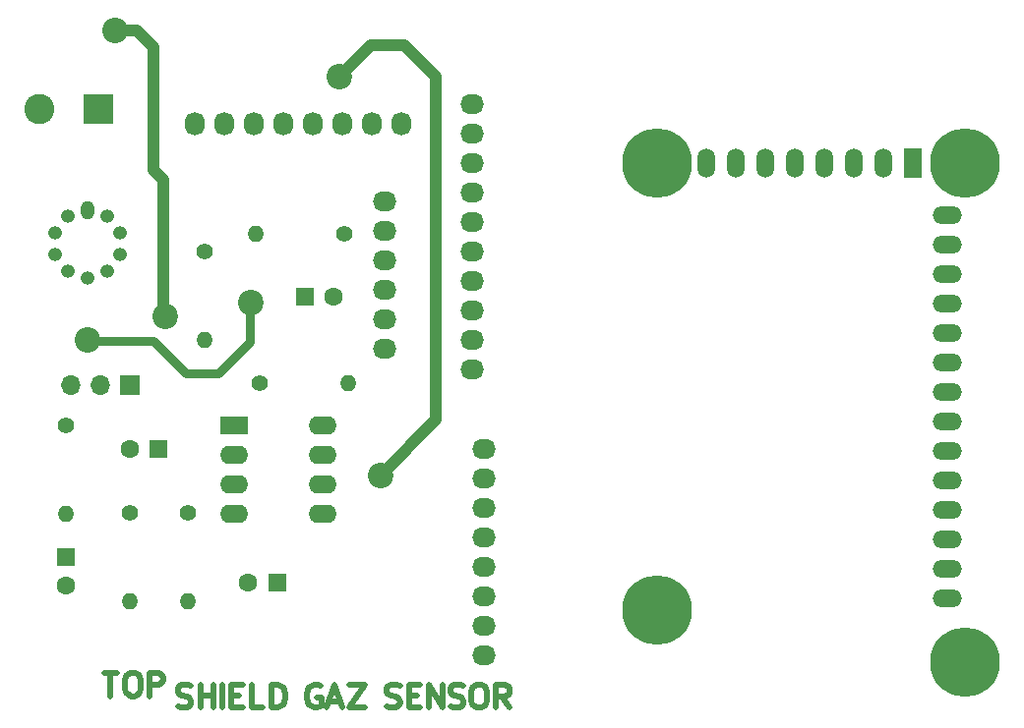
<source format=gbr>
%TF.GenerationSoftware,KiCad,Pcbnew,(6.99.0-224-g211820a689)*%
%TF.CreationDate,2022-01-05T07:16:04+01:00*%
%TF.ProjectId,PCB,5043422e-6b69-4636-9164-5f7063625858,1.0*%
%TF.SameCoordinates,Original*%
%TF.FileFunction,Copper,L1,Top*%
%TF.FilePolarity,Positive*%
%FSLAX46Y46*%
G04 Gerber Fmt 4.6, Leading zero omitted, Abs format (unit mm)*
G04 Created by KiCad (PCBNEW (6.99.0-224-g211820a689)) date 2022-01-05 07:16:04*
%MOMM*%
%LPD*%
G01*
G04 APERTURE LIST*
%ADD10C,0.500000*%
%TA.AperFunction,NonConductor*%
%ADD11C,0.500000*%
%TD*%
%TA.AperFunction,ComponentPad*%
%ADD12O,2.524000X1.524000*%
%TD*%
%TA.AperFunction,ComponentPad*%
%ADD13O,1.524000X2.524000*%
%TD*%
%TA.AperFunction,ComponentPad*%
%ADD14R,1.524000X2.524000*%
%TD*%
%TA.AperFunction,WasherPad*%
%ADD15C,6.000000*%
%TD*%
%TA.AperFunction,ComponentPad*%
%ADD16O,2.400000X1.600000*%
%TD*%
%TA.AperFunction,ComponentPad*%
%ADD17R,2.400000X1.600000*%
%TD*%
%TA.AperFunction,ComponentPad*%
%ADD18R,1.700000X1.700000*%
%TD*%
%TA.AperFunction,ComponentPad*%
%ADD19O,1.700000X1.700000*%
%TD*%
%TA.AperFunction,ComponentPad*%
%ADD20O,1.200000X1.600000*%
%TD*%
%TA.AperFunction,ComponentPad*%
%ADD21O,1.200000X1.200000*%
%TD*%
%TA.AperFunction,ComponentPad*%
%ADD22O,1.400000X1.400000*%
%TD*%
%TA.AperFunction,ComponentPad*%
%ADD23C,1.400000*%
%TD*%
%TA.AperFunction,ComponentPad*%
%ADD24O,2.032000X1.727200*%
%TD*%
%TA.AperFunction,ComponentPad*%
%ADD25O,1.727200X2.032000*%
%TD*%
%TA.AperFunction,ComponentPad*%
%ADD26R,2.600000X2.600000*%
%TD*%
%TA.AperFunction,ComponentPad*%
%ADD27C,2.600000*%
%TD*%
%TA.AperFunction,ComponentPad*%
%ADD28R,1.600000X1.600000*%
%TD*%
%TA.AperFunction,ComponentPad*%
%ADD29C,1.600000*%
%TD*%
%TA.AperFunction,ViaPad*%
%ADD30C,2.200000*%
%TD*%
%TA.AperFunction,Conductor*%
%ADD31C,0.800000*%
%TD*%
%TA.AperFunction,Conductor*%
%ADD32C,1.000000*%
%TD*%
G04 APERTURE END LIST*
D10*
D11*
X199688099Y-159209523D02*
X199973813Y-159304761D01*
X200450004Y-159304761D01*
X200640480Y-159209523D01*
X200735718Y-159114285D01*
X200830956Y-158923809D01*
X200830956Y-158733333D01*
X200735718Y-158542857D01*
X200640480Y-158447619D01*
X200450004Y-158352380D01*
X200069051Y-158257142D01*
X199878575Y-158161904D01*
X199783337Y-158066666D01*
X199688099Y-157876190D01*
X199688099Y-157685714D01*
X199783337Y-157495238D01*
X199878575Y-157400000D01*
X200069051Y-157304761D01*
X200545242Y-157304761D01*
X200830956Y-157400000D01*
X201607146Y-159304761D02*
X201607146Y-157304761D01*
X201607146Y-158257142D02*
X202750003Y-158257142D01*
X202750003Y-159304761D02*
X202750003Y-157304761D01*
X203526193Y-159304761D02*
X203526193Y-157304761D01*
X204302383Y-158257142D02*
X204969050Y-158257142D01*
X205254764Y-159304761D02*
X204302383Y-159304761D01*
X204302383Y-157304761D01*
X205254764Y-157304761D01*
X206983335Y-159304761D02*
X206030954Y-159304761D01*
X206030954Y-157304761D01*
X207759525Y-159304761D02*
X207759525Y-157304761D01*
X208235715Y-157304761D01*
X208521430Y-157400000D01*
X208711906Y-157590476D01*
X208807144Y-157780952D01*
X208902382Y-158161904D01*
X208902382Y-158447619D01*
X208807144Y-158828571D01*
X208711906Y-159019047D01*
X208521430Y-159209523D01*
X208235715Y-159304761D01*
X207759525Y-159304761D01*
X211926191Y-157400000D02*
X211735715Y-157304761D01*
X211450001Y-157304761D01*
X211164286Y-157400000D01*
X210973810Y-157590476D01*
X210878572Y-157780952D01*
X210783334Y-158161904D01*
X210783334Y-158447619D01*
X210878572Y-158828571D01*
X210973810Y-159019047D01*
X211164286Y-159209523D01*
X211450001Y-159304761D01*
X211640477Y-159304761D01*
X211926191Y-159209523D01*
X212021429Y-159114285D01*
X212021429Y-158447619D01*
X211640477Y-158447619D01*
X212702381Y-158733333D02*
X213654762Y-158733333D01*
X212511905Y-159304761D02*
X213178571Y-157304761D01*
X213845238Y-159304761D01*
X214430952Y-157304761D02*
X215764285Y-157304761D01*
X214430952Y-159304761D01*
X215764285Y-159304761D01*
X217645237Y-159209523D02*
X217930951Y-159304761D01*
X218407142Y-159304761D01*
X218597618Y-159209523D01*
X218692856Y-159114285D01*
X218788094Y-158923809D01*
X218788094Y-158733333D01*
X218692856Y-158542857D01*
X218597618Y-158447619D01*
X218407142Y-158352380D01*
X218026189Y-158257142D01*
X217835713Y-158161904D01*
X217740475Y-158066666D01*
X217645237Y-157876190D01*
X217645237Y-157685714D01*
X217740475Y-157495238D01*
X217835713Y-157400000D01*
X218026189Y-157304761D01*
X218502380Y-157304761D01*
X218788094Y-157400000D01*
X219564284Y-158257142D02*
X220230951Y-158257142D01*
X220516665Y-159304761D02*
X219564284Y-159304761D01*
X219564284Y-157304761D01*
X220516665Y-157304761D01*
X221292855Y-159304761D02*
X221292855Y-157304761D01*
X222435712Y-159304761D01*
X222435712Y-157304761D01*
X223116664Y-159209523D02*
X223402378Y-159304761D01*
X223878569Y-159304761D01*
X224069045Y-159209523D01*
X224164283Y-159114285D01*
X224259521Y-158923809D01*
X224259521Y-158733333D01*
X224164283Y-158542857D01*
X224069045Y-158447619D01*
X223878569Y-158352380D01*
X223497616Y-158257142D01*
X223307140Y-158161904D01*
X223211902Y-158066666D01*
X223116664Y-157876190D01*
X223116664Y-157685714D01*
X223211902Y-157495238D01*
X223307140Y-157400000D01*
X223497616Y-157304761D01*
X223973807Y-157304761D01*
X224259521Y-157400000D01*
X225416663Y-157304761D02*
X225797616Y-157304761D01*
X225988092Y-157400000D01*
X226178568Y-157590476D01*
X226273806Y-157971428D01*
X226273806Y-158638095D01*
X226178568Y-159019047D01*
X225988092Y-159209523D01*
X225797616Y-159304761D01*
X225416663Y-159304761D01*
X225226187Y-159209523D01*
X225035711Y-159019047D01*
X224940473Y-158638095D01*
X224940473Y-157971428D01*
X225035711Y-157590476D01*
X225226187Y-157400000D01*
X225416663Y-157304761D01*
X228192853Y-159304761D02*
X227526186Y-158352380D01*
X227049996Y-159304761D02*
X227049996Y-157304761D01*
X227811901Y-157304761D01*
X228002377Y-157400000D01*
X228097615Y-157495238D01*
X228192853Y-157685714D01*
X228192853Y-157971428D01*
X228097615Y-158161904D01*
X228002377Y-158257142D01*
X227811901Y-158352380D01*
X227049996Y-158352380D01*
D10*
D11*
X193307144Y-156304761D02*
X194450001Y-156304761D01*
X193878572Y-158304761D02*
X193878572Y-156304761D01*
X195607143Y-156304761D02*
X195988096Y-156304761D01*
X196178572Y-156400000D01*
X196369048Y-156590476D01*
X196464286Y-156971428D01*
X196464286Y-157638095D01*
X196369048Y-158019047D01*
X196178572Y-158209523D01*
X195988096Y-158304761D01*
X195607143Y-158304761D01*
X195416667Y-158209523D01*
X195226191Y-158019047D01*
X195130953Y-157638095D01*
X195130953Y-156971428D01*
X195226191Y-156590476D01*
X195416667Y-156400000D01*
X195607143Y-156304761D01*
X197240476Y-158304761D02*
X197240476Y-156304761D01*
X198002381Y-156304761D01*
X198192857Y-156400000D01*
X198288095Y-156495238D01*
X198383333Y-156685714D01*
X198383333Y-156971428D01*
X198288095Y-157161904D01*
X198192857Y-157257142D01*
X198002381Y-157352380D01*
X197240476Y-157352380D01*
D12*
%TO.P,U1,22*%
%TO.N,N/C*%
X265900000Y-116880000D03*
%TO.P,U1,21*%
X265900000Y-119420000D03*
%TO.P,U1,20*%
X265900000Y-121960000D03*
%TO.P,U1,19*%
X265900000Y-124500000D03*
%TO.P,U1,18*%
X265900000Y-127040000D03*
%TO.P,U1,17*%
X265900000Y-129580000D03*
%TO.P,U1,16*%
X265900000Y-132120000D03*
%TO.P,U1,15*%
X265900000Y-134660000D03*
%TO.P,U1,14*%
X265900000Y-137200000D03*
%TO.P,U1,13*%
X265908995Y-139740000D03*
%TO.P,U1,12*%
X265900000Y-142280000D03*
%TO.P,U1,11*%
X265900000Y-144820000D03*
%TO.P,U1,10*%
X265900000Y-147360000D03*
%TO.P,U1,9*%
X265900000Y-149900000D03*
D13*
%TO.P,U1,8,GND*%
%TO.N,GND*%
X245120000Y-112400000D03*
%TO.P,U1,7,VIN*%
%TO.N,unconnected-(U1-VIN)*%
X247660000Y-112400000D03*
%TO.P,U1,6,3V3*%
%TO.N,+3V3*%
X250200000Y-112400000D03*
%TO.P,U1,5,RST*%
%TO.N,/7*%
X252740000Y-112400000D03*
%TO.P,U1,4,RTS*%
%TO.N,/8*%
X255280000Y-112400000D03*
%TO.P,U1,3,CTS*%
%TO.N,/9(\u002A\u002A)*%
X257820000Y-112400000D03*
%TO.P,U1,2,RX_LoRa*%
%TO.N,/10(\u002A\u002A{slash}SS)*%
X260360000Y-112400000D03*
D14*
%TO.P,U1,1,TX_LoRa*%
%TO.N,/11(\u002A\u002A{slash}MOSI)*%
X262900000Y-112400000D03*
D15*
%TO.P,U1,*%
%TO.N,*%
X240900000Y-112400000D03*
X240900000Y-150900000D03*
X267400000Y-112400000D03*
X267400000Y-155400000D03*
%TD*%
D16*
%TO.P,U0,8*%
%TO.N,Net-(C4-Pad2)*%
X212120000Y-135000000D03*
%TO.P,U0,4,V-*%
%TO.N,GND*%
X204500000Y-142620000D03*
%TO.P,U0,7,COMP*%
%TO.N,unconnected-(U0-COMP)*%
X212120000Y-137540000D03*
%TO.P,U0,3,-*%
%TO.N,Net-(U0--)*%
X204500000Y-140080000D03*
%TO.P,U0,6,+*%
%TO.N,Net-(U0-+)*%
X212120000Y-140080000D03*
%TO.P,U0,2,CMRR*%
%TO.N,unconnected-(U0-CMRR)*%
X204500000Y-137540000D03*
%TO.P,U0,5,V+*%
%TO.N,+5V*%
X212120000Y-142620000D03*
D17*
%TO.P,U0,1,GND*%
%TO.N,unconnected-(U0-GND)*%
X204500000Y-135000000D03*
%TD*%
D18*
%TO.P,SW0,1,A*%
%TO.N,Net-(S0-GazSensorLeft)*%
X195525000Y-131500000D03*
D19*
%TO.P,SW0,2,B*%
%TO.N,Net-(SW0A-B)*%
X192985000Y-131500000D03*
%TO.P,SW0,3,C*%
%TO.N,Net-(S0-GazSensorRight)*%
X190445000Y-131500000D03*
%TD*%
D20*
%TO.P,S0,1,TempSensor*%
%TO.N,+5V*%
X191900000Y-116400000D03*
D21*
%TO.P,S0,2,GazSensorRight*%
%TO.N,+3V3*%
X190183667Y-116957670D03*
%TO.P,S0,3,HeatResistor*%
%TO.N,GND*%
X189122915Y-118417670D03*
%TO.P,S0,4,GazSensorRight*%
%TO.N,Net-(S0-GazSensorRight)*%
X189122915Y-120222330D03*
%TO.P,S0,5*%
%TO.N,unconnected-(S0-Pad5)*%
X190183667Y-121682330D03*
%TO.P,S0,6,TempSensor*%
%TO.N,TempADC*%
X191900000Y-122240000D03*
%TO.P,S0,7,GazSensorLeft*%
%TO.N,Net-(S0-GazSensorLeft)*%
X193616333Y-121682330D03*
%TO.P,S0,8,HeatResistor*%
%TO.N,+15V*%
X194677085Y-120222330D03*
%TO.P,S0,9,GazSensorLeft*%
%TO.N,+3V3*%
X194677085Y-118417670D03*
%TO.P,S0,10*%
%TO.N,unconnected-(S0-Pad10)*%
X193616333Y-116957670D03*
%TD*%
D22*
%TO.P,R6,2*%
%TO.N,GND*%
X202000000Y-127620000D03*
D23*
%TO.P,R6,1*%
%TO.N,TempADC*%
X202000000Y-120000000D03*
%TD*%
D22*
%TO.P,R5,2*%
%TO.N,Net-(C4-Pad2)*%
X214320000Y-131300000D03*
D23*
%TO.P,R5,1*%
%TO.N,ADC_GAZ*%
X206700000Y-131300000D03*
%TD*%
%TO.P,R4,1*%
%TO.N,Net-(SW0A-B)*%
X190000000Y-135000000D03*
D22*
%TO.P,R4,2*%
%TO.N,Net-(U0-+)*%
X190000000Y-142620000D03*
%TD*%
D23*
%TO.P,R3,1*%
%TO.N,Net-(C4-Pad2)*%
X214000000Y-118500000D03*
D22*
%TO.P,R3,2*%
%TO.N,Net-(U0--)*%
X206380000Y-118500000D03*
%TD*%
D23*
%TO.P,R2,1*%
%TO.N,Net-(U0--)*%
X200500000Y-142500000D03*
D22*
%TO.P,R2,2*%
%TO.N,GND*%
X200500000Y-150120000D03*
%TD*%
D23*
%TO.P,R1,1*%
%TO.N,Net-(U0-+)*%
X195500000Y-142500000D03*
D22*
%TO.P,R1,2*%
%TO.N,GND*%
X195500000Y-150120000D03*
%TD*%
D24*
%TO.P,P4,1,Pin_1*%
%TO.N,/7*%
X226000000Y-137000000D03*
%TO.P,P4,2,Pin_2*%
%TO.N,/6(\u002A\u002A)*%
X226000000Y-139540000D03*
%TO.P,P4,3,Pin_3*%
%TO.N,/5(\u002A\u002A)*%
X226000000Y-142080000D03*
%TO.P,P4,4,Pin_4*%
%TO.N,/4*%
X226000000Y-144620000D03*
%TO.P,P4,5,Pin_5*%
%TO.N,/3(\u002A\u002A)*%
X226000000Y-147160000D03*
%TO.P,P4,6,Pin_6*%
%TO.N,/2*%
X226000000Y-149700000D03*
%TO.P,P4,7,Pin_7*%
%TO.N,/1(Tx)*%
X226000000Y-152240000D03*
%TO.P,P4,8,Pin_8*%
%TO.N,/0(Rx)*%
X226000000Y-154780000D03*
%TD*%
%TO.P,P3,1,Pin_1*%
%TO.N,unconnected-(P3-Pin_1)*%
X225000000Y-107300000D03*
%TO.P,P3,2,Pin_2*%
%TO.N,unconnected-(P3-Pin_2)*%
X225000000Y-109840000D03*
%TO.P,P3,3,Pin_3*%
%TO.N,unconnected-(P3-Pin_3)*%
X225000000Y-112380000D03*
%TO.P,P3,4,Pin_4*%
%TO.N,GND*%
X225000000Y-114920000D03*
%TO.P,P3,5,Pin_5*%
%TO.N,/13(SCK)*%
X225000000Y-117460000D03*
%TO.P,P3,6,Pin_6*%
%TO.N,/12(MISO)*%
X225000000Y-120000000D03*
%TO.P,P3,7,Pin_7*%
%TO.N,/11(\u002A\u002A{slash}MOSI)*%
X225000000Y-122540000D03*
%TO.P,P3,8,Pin_8*%
%TO.N,/10(\u002A\u002A{slash}SS)*%
X225000000Y-125080000D03*
%TO.P,P3,9,Pin_9*%
%TO.N,/9(\u002A\u002A)*%
X225000000Y-127620000D03*
%TO.P,P3,10,Pin_10*%
%TO.N,/8*%
X225000000Y-130160000D03*
%TD*%
%TO.P,P2,6,Pin_6*%
%TO.N,/A5(SCL)*%
X217500000Y-128350000D03*
%TO.P,P2,5,Pin_5*%
%TO.N,/A4(SDA)*%
X217500000Y-125810000D03*
%TO.P,P2,4,Pin_4*%
%TO.N,/A3*%
X217500000Y-123270000D03*
%TO.P,P2,3,Pin_3*%
%TO.N,/A2*%
X217500000Y-120730000D03*
%TO.P,P2,2,Pin_2*%
%TO.N,TempADC*%
X217500000Y-118190000D03*
%TO.P,P2,1,Pin_1*%
%TO.N,ADC_GAZ*%
X217500000Y-115650000D03*
%TD*%
D25*
%TO.P,P1,1,Pin_1*%
%TO.N,unconnected-(P1-Pin_1)*%
X201100000Y-109000000D03*
%TO.P,P1,2,Pin_2*%
%TO.N,/IOREF*%
X203640000Y-109000000D03*
%TO.P,P1,3,Pin_3*%
%TO.N,/Reset*%
X206180000Y-109000000D03*
%TO.P,P1,4,Pin_4*%
%TO.N,+3V3*%
X208720000Y-109000000D03*
%TO.P,P1,5,Pin_5*%
%TO.N,+5V*%
X211260000Y-109000000D03*
%TO.P,P1,6,Pin_6*%
%TO.N,unconnected-(P1-Pin_6)*%
X213800000Y-109000000D03*
%TO.P,P1,7,Pin_7*%
%TO.N,unconnected-(P1-Pin_7)*%
X216340000Y-109000000D03*
%TO.P,P1,8,Pin_8*%
%TO.N,/Vin*%
X218880000Y-109000000D03*
%TD*%
D26*
%TO.P,J0,1,Pin_1*%
%TO.N,+15V*%
X192845000Y-107695000D03*
D27*
%TO.P,J0,2,Pin_2*%
%TO.N,GND*%
X187765000Y-107695000D03*
%TD*%
D28*
%TO.P,C4,1*%
%TO.N,Net-(U0--)*%
X210594888Y-123900000D03*
D29*
%TO.P,C4,2*%
%TO.N,Net-(C4-Pad2)*%
X213094888Y-123900000D03*
%TD*%
D28*
%TO.P,C3,1*%
%TO.N,+5V*%
X208205113Y-148500000D03*
D29*
%TO.P,C3,2*%
%TO.N,GND*%
X205705113Y-148500000D03*
%TD*%
D28*
%TO.P,C2,1*%
%TO.N,ADC_GAZ*%
X198000000Y-137000000D03*
D29*
%TO.P,C2,2*%
%TO.N,GND*%
X195500000Y-137000000D03*
%TD*%
D28*
%TO.P,C1,1*%
%TO.N,Net-(U0-+)*%
X190000000Y-146294888D03*
D29*
%TO.P,C1,2*%
%TO.N,GND*%
X190000000Y-148794888D03*
%TD*%
D30*
%TO.N,TempADC*%
X205934571Y-124365429D03*
X191900000Y-127600000D03*
%TO.N,+15V*%
X194255282Y-100899500D03*
%TO.N,+5V*%
X213600000Y-104900000D03*
%TO.N,+15V*%
X198600000Y-125600000D03*
%TO.N,+5V*%
X217100000Y-139300000D03*
%TD*%
D31*
%TO.N,TempADC*%
X205900000Y-124400000D02*
X205934571Y-124365429D01*
X203200000Y-130500000D02*
X205900000Y-127800000D01*
X200400000Y-130500000D02*
X203200000Y-130500000D01*
X205900000Y-127800000D02*
X205900000Y-124400000D01*
X197599511Y-127699511D02*
X200400000Y-130500000D01*
X191999511Y-127699511D02*
X197599511Y-127699511D01*
X191900000Y-127600000D02*
X191999511Y-127699511D01*
D32*
%TO.N,+15V*%
X196099500Y-100899500D02*
X194255282Y-100899500D01*
X197600000Y-113000000D02*
X197600000Y-102400000D01*
X198400000Y-113800000D02*
X197600000Y-113000000D01*
X197600000Y-102400000D02*
X196099500Y-100899500D01*
X198400000Y-125400000D02*
X198400000Y-113800000D01*
X198600000Y-125600000D02*
X198400000Y-125400000D01*
%TO.N,+5V*%
X216300000Y-102200000D02*
X213600000Y-104900000D01*
X219200000Y-102200000D02*
X216300000Y-102200000D01*
X221900000Y-134500000D02*
X221900000Y-104900000D01*
X217100000Y-139300000D02*
X221900000Y-134500000D01*
X221900000Y-104900000D02*
X219200000Y-102200000D01*
%TD*%
M02*

</source>
